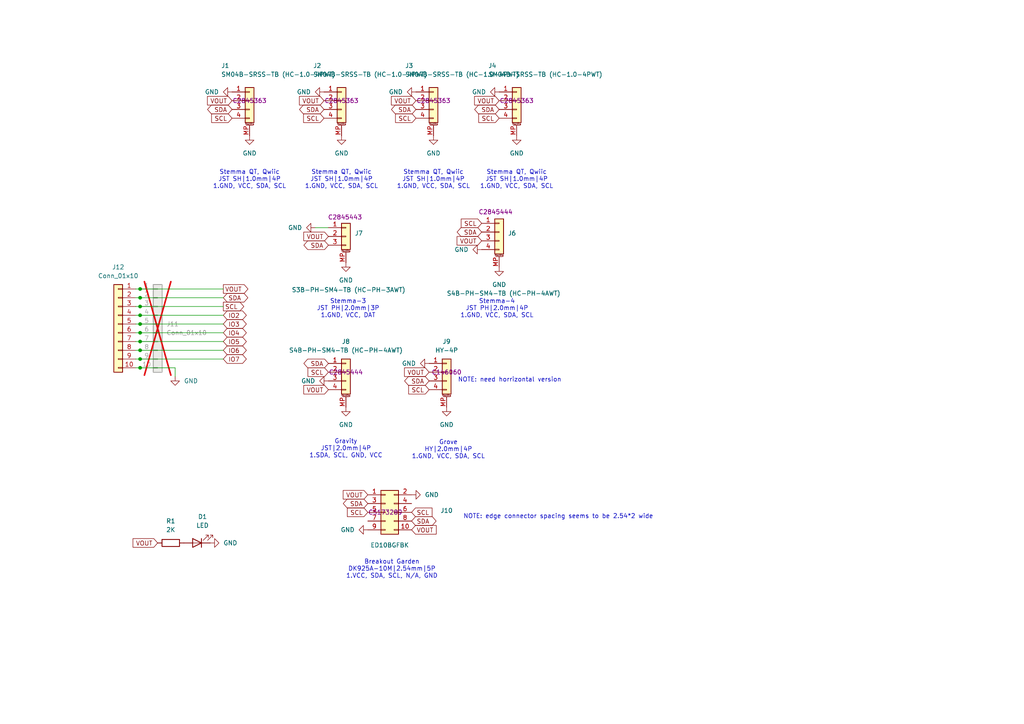
<source format=kicad_sch>
(kicad_sch (version 20250114) (generator "eeschema") (generator_version "9.0")
  (paper "A4")
  (lib_symbols
    (symbol "Connector_Generic:Conn_01x10" (pin_names (offset 1.016) (hide yes))
      (property "Reference" "J" (at 0 12.7 0))
      (property "Value" "Conn_01x10" (at 0 -15.24 0))
      (symbol "Conn_01x10_1_1"
        (rectangle (start -1.27 11.43) (end 1.27 -13.97) (stroke (width 0.254)) (fill (type background)))
        (rectangle (start -1.27 10.287) (end 0 10.033) (stroke (width 0.1524)))
        (rectangle (start -1.27 7.747) (end 0 7.493) (stroke (width 0.1524)))
        (rectangle (start -1.27 5.207) (end 0 4.953) (stroke (width 0.1524)))
        (rectangle (start -1.27 2.667) (end 0 2.413) (stroke (width 0.1524)))
        (rectangle (start -1.27 0.127) (end 0 -0.127) (stroke (width 0.1524)))
        (rectangle (start -1.27 -2.413) (end 0 -2.667) (stroke (width 0.1524)))
        (rectangle (start -1.27 -4.953) (end 0 -5.207) (stroke (width 0.1524)))
        (rectangle (start -1.27 -7.493) (end 0 -7.747) (stroke (width 0.1524)))
        (rectangle (start -1.27 -10.033) (end 0 -10.287) (stroke (width 0.1524)))
        (rectangle (start -1.27 -12.573) (end 0 -12.827) (stroke (width 0.1524)))
        (pin passive line (at -5.08 10.16 0) (length 3.81) (name "Pin_1") (number "1"))
        (pin passive line (at -5.08 7.62 0) (length 3.81) (name "Pin_2") (number "2"))
        (pin passive line (at -5.08 5.08 0) (length 3.81) (name "Pin_3") (number "3"))
        (pin passive line (at -5.08 2.54 0) (length 3.81) (name "Pin_4") (number "4"))
        (pin passive line (at -5.08 0 0) (length 3.81) (name "Pin_5") (number "5"))
        (pin passive line (at -5.08 -2.54 0) (length 3.81) (name "Pin_6") (number "6"))
        (pin passive line (at -5.08 -5.08 0) (length 3.81) (name "Pin_7") (number "7"))
        (pin passive line (at -5.08 -7.62 0) (length 3.81) (name "Pin_8") (number "8"))
        (pin passive line (at -5.08 -10.16 0) (length 3.81) (name "Pin_9") (number "9"))
        (pin passive line (at -5.08 -12.7 0) (length 3.81) (name "Pin_10") (number "10"))
      )
    )
    (symbol "Connector_Generic:Conn_02x05_Odd_Even" (pin_names (offset 1.016) (hide yes))
      (property "Reference" "J" (at 1.27 7.62 0))
      (property "Value" "Conn_02x05_Odd_Even" (at 1.27 -7.62 0))
      (symbol "Conn_02x05_Odd_Even_1_1"
        (rectangle (start -1.27 6.35) (end 3.81 -6.35) (stroke (width 0.254)) (fill (type background)))
        (rectangle (start -1.27 5.207) (end 0 4.953) (stroke (width 0.1524)))
        (rectangle (start -1.27 2.667) (end 0 2.413) (stroke (width 0.1524)))
        (rectangle (start -1.27 0.127) (end 0 -0.127) (stroke (width 0.1524)))
        (rectangle (start -1.27 -2.413) (end 0 -2.667) (stroke (width 0.1524)))
        (rectangle (start -1.27 -4.953) (end 0 -5.207) (stroke (width 0.1524)))
        (rectangle (start 3.81 5.207) (end 2.54 4.953) (stroke (width 0.1524)))
        (rectangle (start 3.81 2.667) (end 2.54 2.413) (stroke (width 0.1524)))
        (rectangle (start 3.81 0.127) (end 2.54 -0.127) (stroke (width 0.1524)))
        (rectangle (start 3.81 -2.413) (end 2.54 -2.667) (stroke (width 0.1524)))
        (rectangle (start 3.81 -4.953) (end 2.54 -5.207) (stroke (width 0.1524)))
        (pin passive line (at -5.08 5.08 0) (length 3.81) (name "Pin_1") (number "1"))
        (pin passive line (at -5.08 2.54 0) (length 3.81) (name "Pin_3") (number "3"))
        (pin passive line (at -5.08 0 0) (length 3.81) (name "Pin_5") (number "5"))
        (pin passive line (at -5.08 -2.54 0) (length 3.81) (name "Pin_7") (number "7"))
        (pin passive line (at -5.08 -5.08 0) (length 3.81) (name "Pin_9") (number "9"))
        (pin passive line (at 7.62 5.08 180) (length 3.81) (name "Pin_2") (number "2"))
        (pin passive line (at 7.62 2.54 180) (length 3.81) (name "Pin_4") (number "4"))
        (pin passive line (at 7.62 0 180) (length 3.81) (name "Pin_6") (number "6"))
        (pin passive line (at 7.62 -2.54 180) (length 3.81) (name "Pin_8") (number "8"))
        (pin passive line (at 7.62 -5.08 180) (length 3.81) (name "Pin_10") (number "10"))
      )
    )
    (symbol "Connector_Generic_MountingPin:Conn_01x03_MountingPin" (pin_names (offset 1.016) (hide yes))
      (property "Reference" "J" (at 0 5.08 0))
      (property "Value" "Conn_01x03_MountingPin" (at 1.27 -5.08 0))
      (symbol "Conn_01x03_MountingPin_1_1"
        (rectangle (start -1.27 3.81) (end 1.27 -3.81) (stroke (width 0.254)) (fill (type background)))
        (rectangle (start -1.27 2.667) (end 0 2.413) (stroke (width 0.1524)))
        (rectangle (start -1.27 0.127) (end 0 -0.127) (stroke (width 0.1524)))
        (rectangle (start -1.27 -2.413) (end 0 -2.667) (stroke (width 0.1524)))
        (polyline (pts (xy -1.016 -4.572) (xy 1.016 -4.572)) (stroke (width 0.1524)))
        (text "Mounting" (at 0 -4.191 0) (effects (font (size 0.381 0.381))))
        (pin passive line (at -5.08 2.54 0) (length 3.81) (name "Pin_1") (number "1"))
        (pin passive line (at -5.08 0 0) (length 3.81) (name "Pin_2") (number "2"))
        (pin passive line (at -5.08 -2.54 0) (length 3.81) (name "Pin_3") (number "3"))
        (pin passive line (at 0 -7.62 90) (length 3.048) (name "MountPin") (number "MP"))
      )
    )
    (symbol "Connector_Generic_MountingPin:Conn_01x04_MountingPin" (pin_names (offset 1.016) (hide yes))
      (property "Reference" "J" (at 0 5.08 0))
      (property "Value" "Conn_01x04_MountingPin" (at 1.27 -7.62 0))
      (symbol "Conn_01x04_MountingPin_1_1"
        (rectangle (start -1.27 3.81) (end 1.27 -6.35) (stroke (width 0.254)) (fill (type background)))
        (rectangle (start -1.27 2.667) (end 0 2.413) (stroke (width 0.1524)))
        (rectangle (start -1.27 0.127) (end 0 -0.127) (stroke (width 0.1524)))
        (rectangle (start -1.27 -2.413) (end 0 -2.667) (stroke (width 0.1524)))
        (rectangle (start -1.27 -4.953) (end 0 -5.207) (stroke (width 0.1524)))
        (polyline (pts (xy -1.016 -7.112) (xy 1.016 -7.112)) (stroke (width 0.1524)))
        (text "Mounting" (at 0 -6.731 0) (effects (font (size 0.381 0.381))))
        (pin passive line (at -5.08 2.54 0) (length 3.81) (name "Pin_1") (number "1"))
        (pin passive line (at -5.08 0 0) (length 3.81) (name "Pin_2") (number "2"))
        (pin passive line (at -5.08 -2.54 0) (length 3.81) (name "Pin_3") (number "3"))
        (pin passive line (at -5.08 -5.08 0) (length 3.81) (name "Pin_4") (number "4"))
        (pin passive line (at 0 -10.16 90) (length 3.048) (name "MountPin") (number "MP"))
      )
    )
    (symbol "Device:LED" (pin_numbers (hide yes)) (pin_names (offset 1.016) (hide yes))
      (property "Reference" "D" (at 0 2.54 0))
      (property "Value" "LED" (at 0 -2.54 0))
      (symbol "LED_0_1"
        (polyline (pts (xy -3.048 -0.762) (xy -4.572 -2.286) (xy -3.81 -2.286) (xy -4.572 -2.286) (xy -4.572 -1.524)))
        (polyline (pts (xy -1.778 -0.762) (xy -3.302 -2.286) (xy -2.54 -2.286) (xy -3.302 -2.286) (xy -3.302 -1.524)))
        (polyline (pts (xy -1.27 0) (xy 1.27 0)))
        (polyline (pts (xy -1.27 -1.27) (xy -1.27 1.27)) (stroke (width 0.254)))
        (polyline (pts (xy 1.27 -1.27) (xy 1.27 1.27) (xy -1.27 0) (xy 1.27 -1.27)) (stroke (width 0.254)))
      )
      (symbol "LED_1_1"
        (pin passive line (at -3.81 0 0) (length 2.54) (name "K") (number "1"))
        (pin passive line (at 3.81 0 180) (length 2.54) (name "A") (number "2"))
      )
    )
    (symbol "Device:R" (pin_numbers (hide yes)) (pin_names (offset 0))
      (property "Reference" "R" (at 2.032 0 90))
      (property "Value" "R" (at 0 0 90))
      (symbol "R_0_1"
        (rectangle (start -1.016 -2.54) (end 1.016 2.54) (stroke (width 0.254)))
      )
      (symbol "R_1_1"
        (pin passive line (at 0 3.81 270) (length 1.27) (name "~") (number "1"))
        (pin passive line (at 0 -3.81 90) (length 1.27) (name "~") (number "2"))
      )
    )
    (symbol "power:GND" (power) (pin_names (offset 0))
      (property "Value" "GND" (at 0 -3.81 0))
      (symbol "GND_0_1"
        (polyline (pts (xy 0 0) (xy 0 -1.27) (xy 1.27 -1.27) (xy 0 -2.54) (xy -1.27 -1.27) (xy 0 -1.27)))
      )
      (symbol "GND_1_1"
        (pin power_in line (at 0 0 270) (length 0) (hide yes) (name "GND") (number "1"))
      )
    )
  )
  (text "Gravity\nJST|2.0mm|4P\n1.SDA, SCL, GND, VCC" (at 100.33 130.175 0) (effects (font (size 1.27 1.27))))
  (text "Stemma QT, Qwiic\nJST SH|1.0mm|4P\n1.GND, VCC, SDA, SCL" (at 72.39 52.07 0) (effects (font (size 1.27 1.27))))
  (text "Stemma-4\nJST PH|2.0mm|4P\n1.GND, VCC, SDA, SCL" (at 144.145 89.535 0) (effects (font (size 1.27 1.27))))
  (text "Stemma QT, Qwiic\nJST SH|1.0mm|4P\n1.GND, VCC, SDA, SCL" (at 99.06 52.07 0) (effects (font (size 1.27 1.27))))
  (text "Stemma-3\nJST PH|2.0mm|3P\n1.GND, VCC, DAT" (at 100.965 89.535 0) (effects (font (size 1.27 1.27))))
  (text "NOTE: edge connector spacing seems to be 2.54*2 wide" (at 161.925 149.86 0) (effects (font (size 1.27 1.27))))
  (text "NOTE: need horrizontal version" (at 147.828 110.236 0) (effects (font (size 1.27 1.27))))
  (text "Grove\nHY|2.0mm|4P\n1.GND, VCC, SDA, SCL" (at 130.048 130.429 0) (effects (font (size 1.27 1.27))))
  (text "Stemma QT, Qwiic\nJST SH|1.0mm|4P\n1.GND, VCC, SDA, SCL" (at 125.73 52.07 0) (effects (font (size 1.27 1.27))))
  (text "Breakout Garden\nDK925A-10M|2.54mm|5P\n1.VCC, SDA, SCL, N/A, GND" (at 113.665 165.1 0) (effects (font (size 1.27 1.27))))
  (text "Stemma QT, Qwiic\nJST SH|1.0mm|4P\n1.GND, VCC, SDA, SCL" (at 149.86 52.07 0) (effects (font (size 1.27 1.27))))
  (junction (at 40.64 96.52))
  (junction (at 40.64 101.6))
  (junction (at 40.64 91.44))
  (junction (at 40.64 88.9))
  (junction (at 40.64 86.36))
  (junction (at 40.64 106.68))
  (junction (at 40.64 83.82))
  (junction (at 40.64 104.14))
  (junction (at 40.64 99.06))
  (junction (at 40.64 93.98))
  (wire (pts (xy 40.64 91.44) (xy 64.77 91.44)))
  (wire (pts (xy 40.64 93.98) (xy 39.37 93.98)))
  (wire (pts (xy 40.64 83.82) (xy 39.37 83.82)))
  (wire (pts (xy 40.64 101.6) (xy 39.37 101.6)))
  (wire (pts (xy 40.64 96.52) (xy 39.37 96.52)))
  (wire (pts (xy 40.64 88.9) (xy 39.37 88.9)))
  (wire (pts (xy 40.64 106.68) (xy 50.8 106.68)))
  (wire (pts (xy 40.64 86.36) (xy 39.37 86.36)))
  (wire (pts (xy 50.8 109.22) (xy 50.8 106.68)))
  (wire (pts (xy 40.64 106.68) (xy 39.37 106.68)))
  (wire (pts (xy 40.64 101.6) (xy 64.77 101.6)))
  (wire (pts (xy 40.64 99.06) (xy 39.37 99.06)))
  (wire (pts (xy 91.44 66.04) (xy 95.25 66.04)))
  (wire (pts (xy 40.64 96.52) (xy 64.77 96.52)))
  (wire (pts (xy 40.64 104.14) (xy 64.77 104.14)))
  (wire (pts (xy 40.64 93.98) (xy 64.77 93.98)))
  (wire (pts (xy 40.64 104.14) (xy 39.37 104.14)))
  (wire (pts (xy 40.64 91.44) (xy 39.37 91.44)))
  (wire (pts (xy 40.64 99.06) (xy 64.77 99.06)))
  (wire (pts (xy 40.64 83.82) (xy 64.77 83.82)))
  (wire (pts (xy 40.64 86.36) (xy 64.77 86.36)))
  (wire (pts (xy 40.64 88.9) (xy 64.77 88.9)))
  (global_label "SDA" (shape bidirectional) (at 67.31 31.75 180) (property "Intersheetrefs" "${INTERSHEET_REFS}" (effects (hide yes))))
  (global_label "SDA" (shape bidirectional) (at 95.25 105.41 180) (property "Intersheetrefs" "${INTERSHEET_REFS}" (effects (hide yes))))
  (global_label "SDA" (shape bidirectional) (at 119.38 151.13 0) (property "Intersheetrefs" "${INTERSHEET_REFS}" (effects (hide yes))))
  (global_label "VOUT" (shape input) (at 93.98 29.21 180) (property "Intersheetrefs" "${INTERSHEET_REFS}" (effects (hide yes))))
  (global_label "IO5" (shape bidirectional) (at 64.77 99.06 0) (property "Intersheetrefs" "${INTERSHEET_REFS}" (effects (hide yes))))
  (global_label "VOUT" (shape input) (at 119.38 153.67 0) (property "Intersheetrefs" "${INTERSHEET_REFS}" (effects (hide yes))))
  (global_label "VOUT" (shape output) (at 64.77 83.82 0) (property "Intersheetrefs" "${INTERSHEET_REFS}" (effects (hide yes))))
  (global_label "IO2" (shape bidirectional) (at 64.77 91.44 0) (property "Intersheetrefs" "${INTERSHEET_REFS}" (effects (hide yes))))
  (global_label "SDA" (shape bidirectional) (at 120.65 31.75 180) (property "Intersheetrefs" "${INTERSHEET_REFS}" (effects (hide yes))))
  (global_label "SCL" (shape input) (at 93.98 34.29 180) (property "Intersheetrefs" "${INTERSHEET_REFS}" (effects (hide yes))))
  (global_label "VOUT" (shape input) (at 106.68 143.51 180) (property "Intersheetrefs" "${INTERSHEET_REFS}" (effects (hide yes))))
  (global_label "SCL" (shape input) (at 67.31 34.29 180) (property "Intersheetrefs" "${INTERSHEET_REFS}" (effects (hide yes))))
  (global_label "VOUT" (shape input) (at 124.46 107.95 180) (property "Intersheetrefs" "${INTERSHEET_REFS}" (effects (hide yes))))
  (global_label "VOUT" (shape input) (at 67.31 29.21 180) (property "Intersheetrefs" "${INTERSHEET_REFS}" (effects (hide yes))))
  (global_label "SDA" (shape bidirectional) (at 95.25 71.12 180) (property "Intersheetrefs" "${INTERSHEET_REFS}" (effects (hide yes))))
  (global_label "SDA" (shape bidirectional) (at 144.78 31.75 180) (property "Intersheetrefs" "${INTERSHEET_REFS}" (effects (hide yes))))
  (global_label "VOUT" (shape input) (at 144.78 29.21 180) (property "Intersheetrefs" "${INTERSHEET_REFS}" (effects (hide yes))))
  (global_label "SCL" (shape input) (at 120.65 34.29 180) (property "Intersheetrefs" "${INTERSHEET_REFS}" (effects (hide yes))))
  (global_label "VOUT" (shape input) (at 95.25 113.03 180) (property "Intersheetrefs" "${INTERSHEET_REFS}" (effects (hide yes))))
  (global_label "SCL" (shape input) (at 124.46 113.03 180) (property "Intersheetrefs" "${INTERSHEET_REFS}" (effects (hide yes))))
  (global_label "SCL" (shape input) (at 106.68 148.59 180) (property "Intersheetrefs" "${INTERSHEET_REFS}" (effects (hide yes))))
  (global_label "SDA" (shape bidirectional) (at 124.46 110.49 180) (property "Intersheetrefs" "${INTERSHEET_REFS}" (effects (hide yes))))
  (global_label "IO4" (shape bidirectional) (at 64.77 96.52 0) (property "Intersheetrefs" "${INTERSHEET_REFS}" (effects (hide yes))))
  (global_label "SCL" (shape input) (at 139.7 64.77 180) (property "Intersheetrefs" "${INTERSHEET_REFS}" (effects (hide yes))))
  (global_label "VOUT" (shape input) (at 45.72 157.48 180) (property "Intersheetrefs" "${INTERSHEET_REFS}" (effects (hide yes))))
  (global_label "IO6" (shape bidirectional) (at 64.77 101.6 0) (property "Intersheetrefs" "${INTERSHEET_REFS}" (effects (hide yes))))
  (global_label "SCL" (shape output) (at 64.77 88.9 0) (property "Intersheetrefs" "${INTERSHEET_REFS}" (effects (hide yes))))
  (global_label "SCL" (shape input) (at 119.38 148.59 0) (property "Intersheetrefs" "${INTERSHEET_REFS}" (effects (hide yes))))
  (global_label "SDA" (shape bidirectional) (at 139.7 67.31 180) (property "Intersheetrefs" "${INTERSHEET_REFS}" (effects (hide yes))))
  (global_label "SDA" (shape bidirectional) (at 64.77 86.36 0) (property "Intersheetrefs" "${INTERSHEET_REFS}" (effects (hide yes))))
  (global_label "SDA" (shape bidirectional) (at 106.68 146.05 180) (property "Intersheetrefs" "${INTERSHEET_REFS}" (effects (hide yes))))
  (global_label "SCL" (shape input) (at 95.25 107.95 180) (property "Intersheetrefs" "${INTERSHEET_REFS}" (effects (hide yes))))
  (global_label "VOUT" (shape input) (at 139.7 69.85 180) (property "Intersheetrefs" "${INTERSHEET_REFS}" (effects (hide yes))))
  (global_label "VOUT" (shape input) (at 120.65 29.21 180) (property "Intersheetrefs" "${INTERSHEET_REFS}" (effects (hide yes))))
  (global_label "SCL" (shape input) (at 144.78 34.29 180) (property "Intersheetrefs" "${INTERSHEET_REFS}" (effects (hide yes))))
  (global_label "IO3" (shape bidirectional) (at 64.77 93.98 0) (property "Intersheetrefs" "${INTERSHEET_REFS}" (effects (hide yes))))
  (global_label "VOUT" (shape input) (at 95.25 68.58 180) (property "Intersheetrefs" "${INTERSHEET_REFS}" (effects (hide yes))))
  (global_label "IO7" (shape bidirectional) (at 64.77 104.14 0) (property "Intersheetrefs" "${INTERSHEET_REFS}" (effects (hide yes))))
  (global_label "SDA" (shape bidirectional) (at 93.98 31.75 180) (property "Intersheetrefs" "${INTERSHEET_REFS}" (effects (hide yes))))
  (symbol (lib_id "power:GND") (at 93.98 26.67 270) (unit 1)
    (property "Reference" "#PWR02" (effects (hide yes)))
    (property "Value" "GND" (at 90.17 26.6699 90) (effects (justify right)))
  )
  (symbol (lib_id "power:GND") (at 100.33 76.2 0) (unit 1)
    (property "Reference" "#PWR022" (effects (hide yes)))
    (property "Value" "GND" (at 100.33 81.28 0))
  )
  (symbol (lib_id "power:GND") (at 124.46 105.41 270) (unit 1)
    (property "Reference" "#PWR010" (effects (hide yes)))
    (property "Value" "GND" (at 120.65 105.4099 90) (effects (justify right)))
  )
  (symbol (lib_id "Device:LED") (at 57.15 157.48 180) (unit 1)
    (property "Reference" "D1" (at 58.7375 149.86 0))
    (property "Value" "LED" (at 58.7375 152.4 0))
    (property "Footprint" "LED_SMD:LED_0805_2012Metric" (effects (hide yes)))
  )
  (symbol (lib_id "power:GND") (at 139.7 72.39 270) (unit 1)
    (property "Reference" "#PWR07" (effects (hide yes)))
    (property "Value" "GND" (at 135.89 72.3899 90) (effects (justify right)))
  )
  (symbol (lib_id "power:GND") (at 129.54 118.11 0) (unit 1)
    (property "Reference" "#PWR024" (effects (hide yes)))
    (property "Value" "GND" (at 129.54 123.19 0))
  )
  (symbol (lib_id "Connector_Generic_MountingPin:Conn_01x03_MountingPin") (at 100.33 68.58 0) (unit 1)
    (property "Reference" "J7" (at 102.87 67.6655 0) (effects (justify left)))
    (property "Value" "S3B-PH-SM4-TB (HC-PH-3AWT)" (at 84.582 84.074 0) (effects (justify left)))
    (property "Footprint" "footprints:JST_PH_S3B-PH-SM4-TB_1x03-1MP_P2.00mm_Horizontal" (effects (hide yes)))
    (property "Description" "Generic connectable mounting pin connector, single row, 01x03, script generated (kicad-library-utils/schlib/autogen/connector/)" (effects (hide yes)))
    (property "szlcsc_partnum" "C2845443" (at 100.076 62.992 0))
  )
  (symbol (lib_id "power:GND") (at 72.39 39.37 0) (unit 1)
    (property "Reference" "#PWR018" (effects (hide yes)))
    (property "Value" "GND" (at 72.39 44.45 0))
  )
  (symbol (lib_id "power:GND") (at 60.96 157.48 90) (unit 1)
    (property "Reference" "#PWR016" (effects (hide yes)))
    (property "Value" "GND" (at 64.77 157.4799 90) (effects (justify right)))
  )
  (symbol (lib_id "Connector_Generic_MountingPin:Conn_01x04_MountingPin") (at 99.06 29.21 0) (unit 1)
    (property "Reference" "J2" (at 90.805 19.05 0) (effects (justify left)))
    (property "Value" "SM04B-SRSS-TB (HC-1.0-4PWT)" (at 90.805 21.59 0) (effects (justify left)))
    (property "Footprint" "footprints:JST_SH_SM04B-SRSS-TB_1x04-1MP_P1.00mm_Horizontal" (effects (hide yes)))
    (property "Description" "Generic connectable mounting pin connector, single row, 01x04, script generated (kicad-library-utils/schlib/autogen/connector/)" (effects (hide yes)))
    (property "szlcsc_partnum" "C2845363" (at 99.06 29.21 0))
  )
  (symbol (lib_id "power:GND") (at 149.86 39.37 0) (unit 1)
    (property "Reference" "#PWR021" (effects (hide yes)))
    (property "Value" "GND" (at 149.86 44.45 0))
  )
  (symbol (lib_id "power:GND") (at 95.25 110.49 270) (unit 1)
    (property "Reference" "#PWR011" (effects (hide yes)))
    (property "Value" "GND" (at 91.44 110.4899 90) (effects (justify right)))
  )
  (symbol (lib_id "power:GND") (at 120.65 26.67 270) (unit 1)
    (property "Reference" "#PWR03" (effects (hide yes)))
    (property "Value" "GND" (at 116.84 26.6699 90) (effects (justify right)))
  )
  (symbol (lib_id "Connector_Generic_MountingPin:Conn_01x04_MountingPin") (at 125.73 29.21 0) (unit 1)
    (property "Reference" "J3" (at 117.475 19.05 0) (effects (justify left)))
    (property "Value" "SM04B-SRSS-TB (HC-1.0-4PWT)" (at 117.475 21.59 0) (effects (justify left)))
    (property "Footprint" "footprints:JST_SH_SM04B-SRSS-TB_1x04-1MP_P1.00mm_Horizontal" (effects (hide yes)))
    (property "Description" "Generic connectable mounting pin connector, single row, 01x04, script generated (kicad-library-utils/schlib/autogen/connector/)" (effects (hide yes)))
    (property "szlcsc_partnum" "C2845363" (at 125.73 29.21 0))
  )
  (symbol (lib_id "Connector_Generic_MountingPin:Conn_01x04_MountingPin") (at 100.33 107.95 0) (unit 1)
    (property "Reference" "J8" (at 100.33 99.06 0))
    (property "Value" "S4B-PH-SM4-TB (HC-PH-4AWT)" (at 100.33 101.6 0))
    (property "Footprint" "footprints:JST_PH_S4B-PH-SM4-TB_1x04-1MP_P2.00mm_Horizontal" (effects (hide yes)))
    (property "Description" "Generic connectable mounting pin connector, single row, 01x04, script generated (kicad-library-utils/schlib/autogen/connector/)" (effects (hide yes)))
    (property "szlcsc_partnum" "C2845444" (at 100.33 107.95 0))
  )
  (symbol (lib_id "Connector_Generic_MountingPin:Conn_01x04_MountingPin") (at 149.86 29.21 0) (unit 1)
    (property "Reference" "J4" (at 141.605 19.05 0) (effects (justify left)))
    (property "Value" "SM04B-SRSS-TB (HC-1.0-4PWT)" (at 141.605 21.59 0) (effects (justify left)))
    (property "Footprint" "footprints:JST_SH_SM04B-SRSS-TB_1x04-1MP_P1.00mm_Horizontal" (effects (hide yes)))
    (property "Description" "Generic connectable mounting pin connector, single row, 01x04, script generated (kicad-library-utils/schlib/autogen/connector/)" (effects (hide yes)))
    (property "szlcsc_partnum" "C2845363" (at 149.86 29.21 0))
  )
  (symbol (lib_id "Connector_Generic:Conn_01x10") (at 34.29 93.98 0) (mirror y) (unit 1)
    (property "Reference" "J12" (at 34.29 77.47 0))
    (property "Value" "Conn_01x10" (at 34.29 80.01 0))
    (property "Footprint" "Connector_PinSocket_2.54mm:PinSocket_1x10_P2.54mm_Horizontal" (effects (hide yes)))
  )
  (symbol (lib_id "Connector_Generic_MountingPin:Conn_01x04_MountingPin") (at 129.54 107.95 0) (unit 1)
    (property "Reference" "J9" (at 129.54 99.06 0))
    (property "Value" "HY-4P" (at 129.54 101.6 0))
    (property "Footprint" "footprints:CONN-SMD_HY2.0-4P" (effects (hide yes)))
    (property "Description" "Generic connectable mounting pin connector, single row, 01x04, script generated (kicad-library-utils/schlib/autogen/connector/)" (effects (hide yes)))
    (property "szlcsc_partnum" "C146060" (at 129.54 107.95 0))
  )
  (symbol (lib_id "Connector_Generic_MountingPin:Conn_01x04_MountingPin") (at 144.78 67.31 0) (unit 1)
    (property "Reference" "J6" (at 147.32 67.6655 0) (effects (justify left)))
    (property "Value" "S4B-PH-SM4-TB (HC-PH-4AWT)" (at 129.54 85.09 0) (effects (justify left)))
    (property "Footprint" "footprints:JST_PH_S4B-PH-SM4-TB_1x04-1MP_P2.00mm_Horizontal" (effects (hide yes)))
    (property "Description" "Generic connectable mounting pin connector, single row, 01x04, script generated (kicad-library-utils/schlib/autogen/connector/)" (effects (hide yes)))
    (property "szlcsc_partnum" "C2845444" (at 143.764 61.468 0))
  )
  (symbol (lib_id "power:GND") (at 100.33 118.11 0) (unit 1)
    (property "Reference" "#PWR017" (effects (hide yes)))
    (property "Value" "GND" (at 100.33 123.19 0))
  )
  (symbol (lib_id "power:GND") (at 144.78 26.67 270) (unit 1)
    (property "Reference" "#PWR04" (effects (hide yes)))
    (property "Value" "GND" (at 140.97 26.6699 90) (effects (justify right)))
  )
  (symbol (lib_id "power:GND") (at 119.38 143.51 90) (unit 1)
    (property "Reference" "#PWR013" (effects (hide yes)))
    (property "Value" "GND" (at 123.19 143.5099 90) (effects (justify right)))
  )
  (symbol (lib_id "power:GND") (at 144.78 77.47 0) (unit 1)
    (property "Reference" "#PWR023" (effects (hide yes)))
    (property "Value" "GND" (at 144.78 82.55 0))
  )
  (symbol (lib_id "power:GND") (at 50.8 109.22 0) (unit 1)
    (property "Reference" "#PWR012" (effects (hide yes)))
    (property "Value" "GND" (at 53.34 110.4899 0) (effects (justify left)))
  )
  (symbol (lib_id "Device:R") (at 49.53 157.48 90) (unit 1)
    (property "Reference" "R1" (at 49.53 151.13 90))
    (property "Value" "2K" (at 49.53 153.67 90))
    (property "Footprint" "Resistor_SMD:R_0805_2012Metric" (effects (hide yes)))
    (property "szlcsc_partnum" "C2907315" (effects (hide yes)))
  )
  (symbol (lib_id "power:GND") (at 106.68 153.67 270) (unit 1)
    (property "Reference" "#PWR014" (effects (hide yes)))
    (property "Value" "GND" (at 102.87 153.6699 90) (effects (justify right)))
  )
  (symbol (lib_id "Connector_Generic:Conn_01x10") (at 45.72 93.98 0) (unit 1) (in_bom no) (dnp yes)
    (property "Reference" "J11" (at 48.26 93.9799 0) (effects (justify left)))
    (property "Value" "Conn_01x10" (at 48.26 96.5199 0) (effects (justify left)))
    (property "Footprint" "Connector_PinHeader_2.54mm:PinHeader_1x10_P2.54mm_Vertical" (effects (hide yes)))
  )
  (symbol (lib_id "power:GND") (at 67.31 26.67 270) (unit 1)
    (property "Reference" "#PWR01" (effects (hide yes)))
    (property "Value" "GND" (at 63.5 26.6699 90) (effects (justify right)))
  )
  (symbol (lib_id "power:GND") (at 91.44 66.04 270) (unit 1)
    (property "Reference" "#PWR08" (effects (hide yes)))
    (property "Value" "GND" (at 87.63 66.0399 90) (effects (justify right)))
  )
  (symbol (lib_id "power:GND") (at 99.06 39.37 0) (unit 1)
    (property "Reference" "#PWR019" (effects (hide yes)))
    (property "Value" "GND" (at 99.06 44.45 0))
  )
  (symbol (lib_id "power:GND") (at 125.73 39.37 0) (unit 1)
    (property "Reference" "#PWR020" (effects (hide yes)))
    (property "Value" "GND" (at 125.73 44.45 0))
  )
  (symbol (lib_id "Connector_Generic:Conn_02x05_Odd_Even") (at 111.76 148.59 0) (unit 1)
    (property "Reference" "J10" (at 129.54 148.082 0))
    (property "Value" "ED10BGFBK" (at 113.03 158.115 0))
    (property "Footprint" "footprints:CONN-TH_SA10BL01D" (effects (hide yes)))
    (property "Description" "Generic connector, double row, 02x05, odd/even pin numbering scheme (row 1 odd numbers, row 2 even numbers), script generated (kicad-library-utils/schlib/autogen/connector/)" (effects (hide yes)))
    (property "szlcsc_partnum" "C5173289" (at 111.76 148.59 0))
  )
  (symbol (lib_id "Connector_Generic_MountingPin:Conn_01x04_MountingPin") (at 72.39 29.21 0) (unit 1)
    (property "Reference" "J1" (at 64.135 19.05 0) (effects (justify left)))
    (property "Value" "SM04B-SRSS-TB (HC-1.0-4PWT)" (at 64.135 21.59 0) (effects (justify left)))
    (property "Footprint" "footprints:JST_SH_SM04B-SRSS-TB_1x04-1MP_P1.00mm_Horizontal" (effects (hide yes)))
    (property "Description" "Generic connectable mounting pin connector, single row, 01x04, script generated (kicad-library-utils/schlib/autogen/connector/)" (effects (hide yes)))
    (property "szlcsc_partnum" "C2845363" (at 72.39 29.21 0))
  )
)
</source>
